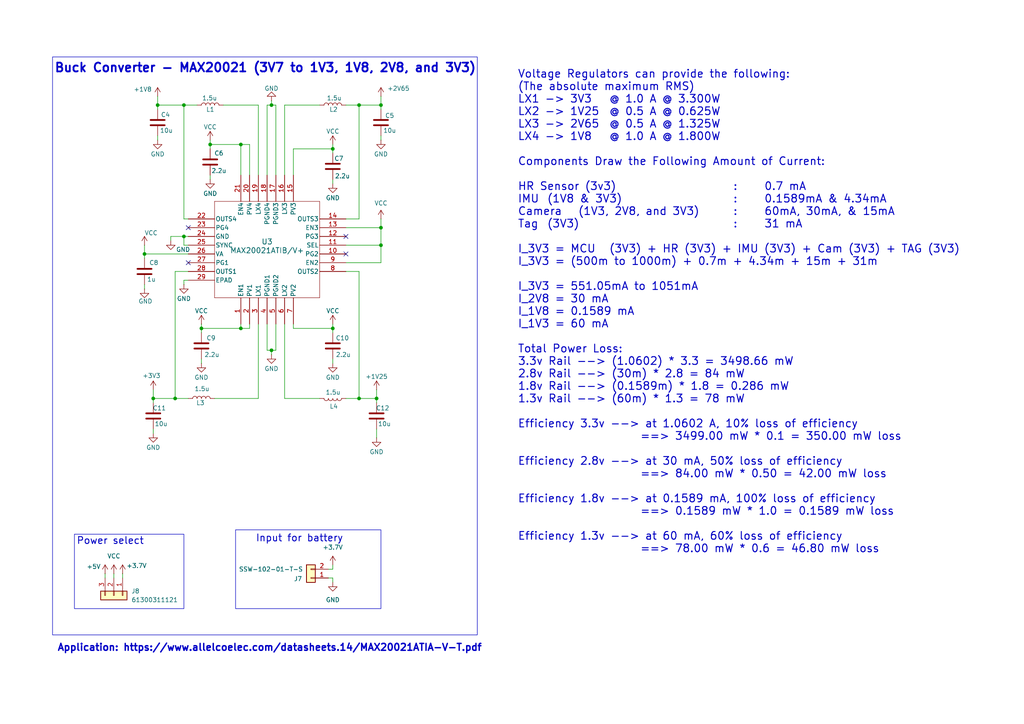
<source format=kicad_sch>
(kicad_sch (version 20250114) (generator "eeschema") (generator_version "9.0")
  (paper "A4")
  (lib_symbols
    (symbol "Connector_Generic:Conn_01x02" (pin_names (offset 1.016) (hide yes))
      (property "Reference" "J" (at 0 2.54 0))
      (property "Value" "Conn_01x02" (at 0 -5.08 0))
      (symbol "Conn_01x02_1_1"
        (rectangle (start -1.27 1.27) (end 1.27 -3.81) (stroke (width 0.254)) (fill (type background)))
        (rectangle (start -1.27 0.127) (end 0 -0.127) (stroke (width 0.1524)))
        (rectangle (start -1.27 -2.413) (end 0 -2.667) (stroke (width 0.1524)))
        (pin passive line (at -5.08 0 0) (length 3.81) (name "Pin_1") (number "1"))
        (pin passive line (at -5.08 -2.54 0) (length 3.81) (name "Pin_2") (number "2"))
      )
    )
    (symbol "Connector_Generic:Conn_01x03" (pin_names (offset 1.016) (hide yes))
      (property "Reference" "J" (at 0 5.08 0))
      (property "Value" "Conn_01x03" (at 0 -5.08 0))
      (symbol "Conn_01x03_1_1"
        (rectangle (start -1.27 3.81) (end 1.27 -3.81) (stroke (width 0.254)) (fill (type background)))
        (rectangle (start -1.27 2.667) (end 0 2.413) (stroke (width 0.1524)))
        (rectangle (start -1.27 0.127) (end 0 -0.127) (stroke (width 0.1524)))
        (rectangle (start -1.27 -2.413) (end 0 -2.667) (stroke (width 0.1524)))
        (pin passive line (at -5.08 2.54 0) (length 3.81) (name "Pin_1") (number "1"))
        (pin passive line (at -5.08 0 0) (length 3.81) (name "Pin_2") (number "2"))
        (pin passive line (at -5.08 -2.54 0) (length 3.81) (name "Pin_3") (number "3"))
      )
    )
    (symbol "Device:C" (pin_numbers (hide yes)) (pin_names (offset 0.254))
      (property "Reference" "C" (at 0.635 2.54 0))
      (property "Value" "C" (at 0.635 -2.54 0))
      (symbol "C_0_1"
        (polyline (pts (xy -2.032 0.762) (xy 2.032 0.762)) (stroke (width 0.508)))
        (polyline (pts (xy -2.032 -0.762) (xy 2.032 -0.762)) (stroke (width 0.508)))
      )
      (symbol "C_1_1"
        (pin passive line (at 0 3.81 270) (length 2.794) (name "~") (number "1"))
        (pin passive line (at 0 -3.81 90) (length 2.794) (name "~") (number "2"))
      )
    )
    (symbol "Device:L" (pin_numbers (hide yes)) (pin_names (offset 1.016) (hide yes))
      (property "Reference" "L" (at -1.27 0 90))
      (property "Value" "L" (at 1.905 0 90))
      (symbol "L_0_1"
        (arc (start 0 2.54) (mid 0.6323 1.905) (end 0 1.27))
        (arc (start 0 1.27) (mid 0.6323 0.635) (end 0 0))
        (arc (start 0 0) (mid 0.6323 -0.635) (end 0 -1.27))
        (arc (start 0 -1.27) (mid 0.6323 -1.905) (end 0 -2.54))
      )
      (symbol "L_1_1"
        (pin passive line (at 0 3.81 270) (length 1.27) (name "1") (number "1"))
        (pin passive line (at 0 -3.81 90) (length 1.27) (name "2") (number "2"))
      )
    )
    (symbol "capstone:MAX20021ATIA+" (pin_names (offset 0.254))
      (property "Reference" "U" (at -0.508 4.064 0))
      (property "Value" "MAX20021ATIA+" (at 0 1.778 0))
      (symbol "MAX20021ATIA+_0_1"
        (polyline (pts (xy -15.24 13.97) (xy -15.24 -13.97)) (stroke (width 0.127)))
        (polyline (pts (xy -15.24 -13.97) (xy 15.24 -13.97)) (stroke (width 0.127)))
        (polyline (pts (xy 15.24 13.97) (xy -15.24 13.97)) (stroke (width 0.127)))
        (polyline (pts (xy 15.24 -13.97) (xy 15.24 13.97)) (stroke (width 0.127)))
        (pin output line (at -22.86 8.89 0) (length 7.62) (name "OUTS4") (number "22"))
        (pin bidirectional line (at -22.86 6.35 0) (length 7.62) (name "PG4") (number "23"))
        (pin power_out line (at -22.86 3.81 0) (length 7.62) (name "GND") (number "24"))
        (pin unspecified line (at -22.86 1.27 0) (length 7.62) (name "SYNC") (number "25"))
        (pin unspecified line (at -22.86 -1.27 0) (length 7.62) (name "VA") (number "26"))
        (pin bidirectional line (at -22.86 -3.81 0) (length 7.62) (name "PG1") (number "27"))
        (pin output line (at -22.86 -6.35 0) (length 7.62) (name "OUTS1") (number "28"))
        (pin unspecified line (at -22.86 -8.89 0) (length 7.62) (name "EPAD") (number "29"))
        (pin bidirectional line (at -7.62 21.59 270) (length 7.62) (name "EN4") (number "21"))
        (pin bidirectional line (at -7.62 -21.59 90) (length 7.62) (name "EN1") (number "1"))
        (pin bidirectional line (at -5.08 21.59 270) (length 7.62) (name "PV4") (number "20"))
        (pin bidirectional line (at -5.08 -21.59 90) (length 7.62) (name "PV1") (number "2"))
        (pin bidirectional line (at -2.54 21.59 270) (length 7.62) (name "LX4") (number "19"))
        (pin bidirectional line (at -2.54 -21.59 90) (length 7.62) (name "LX1") (number "3"))
        (pin power_out line (at 0 21.59 270) (length 7.62) (name "PGND4") (number "18"))
        (pin power_out line (at 0 -21.59 90) (length 7.62) (name "PGND1") (number "4"))
        (pin power_out line (at 2.54 21.59 270) (length 7.62) (name "PGND3") (number "17"))
        (pin power_out line (at 2.54 -21.59 90) (length 7.62) (name "PGND2") (number "5"))
        (pin bidirectional line (at 5.08 21.59 270) (length 7.62) (name "LX3") (number "16"))
        (pin bidirectional line (at 5.08 -21.59 90) (length 7.62) (name "LX2") (number "6"))
        (pin bidirectional line (at 7.62 21.59 270) (length 7.62) (name "PV3") (number "15"))
        (pin bidirectional line (at 7.62 -21.59 90) (length 7.62) (name "PV2") (number "7"))
        (pin output line (at 22.86 8.89 180) (length 7.62) (name "OUTS3") (number "14"))
        (pin bidirectional line (at 22.86 6.35 180) (length 7.62) (name "EN3") (number "13"))
        (pin bidirectional line (at 22.86 3.81 180) (length 7.62) (name "PG3") (number "12"))
        (pin unspecified line (at 22.86 1.27 180) (length 7.62) (name "SEL") (number "11"))
        (pin bidirectional line (at 22.86 -1.27 180) (length 7.62) (name "PG2") (number "10"))
        (pin bidirectional line (at 22.86 -3.81 180) (length 7.62) (name "EN2") (number "9"))
        (pin output line (at 22.86 -6.35 180) (length 7.62) (name "OUTS2") (number "8"))
      )
    )
    (symbol "power:+1V2" (power) (pin_numbers (hide yes)) (pin_names (offset 0) (hide yes))
      (property "Value" "+1V2" (at 0 3.556 0))
      (symbol "+1V2_0_1"
        (polyline (pts (xy -0.762 1.27) (xy 0 2.54)))
        (polyline (pts (xy 0 2.54) (xy 0.762 1.27)))
        (polyline (pts (xy 0 0) (xy 0 2.54)))
      )
      (symbol "+1V2_1_1"
        (pin power_in line (at 0 0 90) (length 0) (name "~") (number "1"))
      )
    )
    (symbol "power:+1V8" (power) (pin_numbers (hide yes)) (pin_names (offset 0) (hide yes))
      (property "Value" "+1V8" (at 0 3.556 0))
      (symbol "+1V8_0_1"
        (polyline (pts (xy -0.762 1.27) (xy 0 2.54)))
        (polyline (pts (xy 0 2.54) (xy 0.762 1.27)))
        (polyline (pts (xy 0 0) (xy 0 2.54)))
      )
      (symbol "+1V8_1_1"
        (pin power_in line (at 0 0 90) (length 0) (name "~") (number "1"))
      )
    )
    (symbol "power:+2V5" (power) (pin_numbers (hide yes)) (pin_names (offset 0) (hide yes))
      (property "Value" "+2V5" (at 0 3.556 0))
      (symbol "+2V5_0_1"
        (polyline (pts (xy -0.762 1.27) (xy 0 2.54)))
        (polyline (pts (xy 0 2.54) (xy 0.762 1.27)))
        (polyline (pts (xy 0 0) (xy 0 2.54)))
      )
      (symbol "+2V5_1_1"
        (pin power_in line (at 0 0 90) (length 0) (name "~") (number "1"))
      )
    )
    (symbol "power:+3V3" (power) (pin_numbers (hide yes)) (pin_names (offset 0) (hide yes))
      (property "Value" "+3V3" (at 0 3.556 0))
      (symbol "+3V3_0_1"
        (polyline (pts (xy -0.762 1.27) (xy 0 2.54)))
        (polyline (pts (xy 0 2.54) (xy 0.762 1.27)))
        (polyline (pts (xy 0 0) (xy 0 2.54)))
      )
      (symbol "+3V3_1_1"
        (pin power_in line (at 0 0 90) (length 0) (name "~") (number "1"))
      )
    )
    (symbol "power:+5V" (power) (pin_numbers (hide yes)) (pin_names (offset 0) (hide yes))
      (property "Value" "+5V" (at 0 3.556 0))
      (symbol "+5V_0_1"
        (polyline (pts (xy -0.762 1.27) (xy 0 2.54)))
        (polyline (pts (xy 0 2.54) (xy 0.762 1.27)))
        (polyline (pts (xy 0 0) (xy 0 2.54)))
      )
      (symbol "+5V_1_1"
        (pin power_in line (at 0 0 90) (length 0) (name "~") (number "1"))
      )
    )
    (symbol "power:+BATT" (power) (pin_numbers (hide yes)) (pin_names (offset 0) (hide yes))
      (property "Value" "+BATT" (at 0 3.556 0))
      (symbol "+BATT_0_1"
        (polyline (pts (xy -0.762 1.27) (xy 0 2.54)))
        (polyline (pts (xy 0 2.54) (xy 0.762 1.27)))
        (polyline (pts (xy 0 0) (xy 0 2.54)))
      )
      (symbol "+BATT_1_1"
        (pin power_in line (at 0 0 90) (length 0) (name "~") (number "1"))
      )
    )
    (symbol "power:GND" (power) (pin_numbers (hide yes)) (pin_names (offset 0) (hide yes))
      (property "Value" "GND" (at 0 -3.81 0))
      (symbol "GND_0_1"
        (polyline (pts (xy 0 0) (xy 0 -1.27) (xy 1.27 -1.27) (xy 0 -2.54) (xy -1.27 -1.27) (xy 0 -1.27)))
      )
      (symbol "GND_1_1"
        (pin power_in line (at 0 0 270) (length 0) (name "~") (number "1"))
      )
    )
    (symbol "power:VCC" (power) (pin_numbers (hide yes)) (pin_names (offset 0) (hide yes))
      (property "Value" "VCC" (at 0 3.556 0))
      (symbol "VCC_0_1"
        (polyline (pts (xy -0.762 1.27) (xy 0 2.54)))
        (polyline (pts (xy 0 2.54) (xy 0.762 1.27)))
        (polyline (pts (xy 0 0) (xy 0 2.54)))
      )
      (symbol "VCC_1_1"
        (pin power_in line (at 0 0 90) (length 0) (name "~") (number "1"))
      )
    )
  )
  (rectangle (start 68.326 153.67) (end 110.49 176.53))
  (rectangle (start 21.59 154.94) (end 53.34 176.53))
  (rectangle (start 15.24 16.51) (end 138.43 184.15))
  (text "Application: https://www.allelcoelec.com/datasheets.14/MAX20021ATIA-V-T.pdf" (at 78.232 187.96 0) (effects (font (size 2 2) (thickness 0.4) (bold yes))))
  (text "Buck Converter - MAX20021 (3V7 to 1V3, 1V8, 2V8, and 3V3)" (at 76.962 19.812 0) (effects (font (size 2.54 2.54) (thickness 0.508) (bold yes))))
  (text "Power select" (at 32.004 156.972 0) (effects (font (size 2 2) (thickness 0.254) (bold yes))))
  (text "Input for battery" (at 86.868 156.21 0) (effects (font (size 2 2) (thickness 0.254) (bold yes))))
  (text "Voltage Regulators can provide the following:\n(The absolute maximum RMS) \nLX1 -> 3V3	@ 1.0 A @ 3.300W\nLX2 -> 1V25	@ 0.5 A @ 0.625W\nLX3 -> 2V65	@ 0.5 A @ 1.325W\nLX4 -> 1V8	@ 1.0 A @ 1.800W\n\nComponents Draw the Following Amount of Current:\n\nHR Sensor (3v3)				:	0.7 mA\nIMU	(1V8 & 3V3)				:	0.1589mA & 4.34mA\nCamera	(1V3, 2V8, and 3V3)	:	60mA, 30mA, & 15mA\nTag	(3V3)					:	31 mA\n\nI_3V3 = MCU	(3V3) + HR (3V3) + IMU (3V3) + Cam (3V3) + TAG (3V3)\nI_3V3 = (500m to 1000m) + 0.7m + 4.34m + 15m + 31m\n\nI_3V3 = 551.05mA to 1051mA\nI_2V8 = 30 mA\nI_1V8 = 0.1589 mA\nI_1V3 = 60 mA\n\nTotal Power Loss: \n3.3v Rail --> (1.0602) * 3.3 = 3498.66 mW\n2.8v Rail --> (30m) * 2.8 = 84 mW\n1.8v Rail --> (0.1589m) * 1.8 = 0.286 mW\n1.3v Rail --> (60m) * 1.3 = 78 mW\n\nEfficiency 3.3v --> at 1.0602 A, 10% loss of efficiency \n				==> 3499.00 mW * 0.1 = 350.00 mW loss\n\nEfficiency 2.8v --> at 30 mA, 50% loss of efficiency\n				==> 84.00 mW * 0.50 = 42.00 mW loss\n\nEfficiency 1.8v --> at 0.1589 mA, 100% loss of efficiency\n				==> 0.1589 mW * 1.0 = 0.1589 mW loss\n\nEfficiency 1.3v --> at 60 mA, 60% loss of efficiency\n				==> 78.00 mW * 0.6 = 46.80 mW loss" (at 150.114 90.424 0) (effects (font (size 2.25 2.25) (thickness 0.2813)) (justify left)))
  (junction (at 110.49 66.04))
  (junction (at 96.52 95.25))
  (junction (at 44.45 115.57))
  (junction (at 104.14 30.48))
  (junction (at 69.85 41.91))
  (junction (at 50.8 115.57))
  (junction (at 60.96 41.91))
  (junction (at 41.91 73.66))
  (junction (at 69.85 95.25))
  (junction (at 110.49 71.12))
  (junction (at 104.14 115.57))
  (junction (at 45.72 30.48))
  (junction (at 110.49 30.48))
  (junction (at 109.22 115.57))
  (junction (at 78.74 30.48))
  (junction (at 78.74 101.6))
  (junction (at 53.34 68.58))
  (junction (at 58.42 95.25))
  (junction (at 96.52 43.18))
  (junction (at 53.34 30.48))
  (no_connect (at 100.33 68.58))
  (no_connect (at 54.61 66.04))
  (no_connect (at 100.33 73.66))
  (no_connect (at 54.61 76.2))
  (wire (pts (xy 96.52 41.91) (xy 96.52 43.18)))
  (wire (pts (xy 50.8 115.57) (xy 50.8 78.74)))
  (wire (pts (xy 96.52 163.83) (xy 96.52 165.1)))
  (wire (pts (xy 100.33 78.74) (xy 104.14 78.74)))
  (wire (pts (xy 45.72 30.48) (xy 53.34 30.48)))
  (wire (pts (xy 104.14 115.57) (xy 109.22 115.57)))
  (wire (pts (xy 77.47 93.98) (xy 77.47 101.6)))
  (wire (pts (xy 96.52 165.1) (xy 95.25 165.1)))
  (wire (pts (xy 74.93 93.98) (xy 74.93 115.57)))
  (wire (pts (xy 72.39 41.91) (xy 72.39 50.8)))
  (wire (pts (xy 82.55 115.57) (xy 92.71 115.57)))
  (wire (pts (xy 53.34 81.28) (xy 54.61 81.28)))
  (wire (pts (xy 100.33 71.12) (xy 110.49 71.12)))
  (wire (pts (xy 53.34 71.12) (xy 54.61 71.12)))
  (wire (pts (xy 109.22 115.57) (xy 109.22 116.84)))
  (wire (pts (xy 53.34 30.48) (xy 57.15 30.48)))
  (wire (pts (xy 78.74 101.6) (xy 77.47 101.6)))
  (wire (pts (xy 53.34 81.28) (xy 53.34 82.55)))
  (wire (pts (xy 64.77 30.48) (xy 74.93 30.48)))
  (wire (pts (xy 41.91 73.66) (xy 41.91 74.93)))
  (wire (pts (xy 82.55 30.48) (xy 92.71 30.48)))
  (wire (pts (xy 49.53 68.58) (xy 53.34 68.58)))
  (wire (pts (xy 95.25 167.64) (xy 96.52 167.64)))
  (wire (pts (xy 100.33 66.04) (xy 110.49 66.04)))
  (wire (pts (xy 110.49 66.04) (xy 110.49 63.5)))
  (wire (pts (xy 80.01 93.98) (xy 80.01 101.6)))
  (wire (pts (xy 69.85 95.25) (xy 72.39 95.25)))
  (wire (pts (xy 104.14 78.74) (xy 104.14 115.57)))
  (wire (pts (xy 44.45 113.03) (xy 44.45 115.57)))
  (wire (pts (xy 85.09 93.98) (xy 85.09 95.25)))
  (wire (pts (xy 45.72 30.48) (xy 45.72 31.75)))
  (wire (pts (xy 53.34 30.48) (xy 53.34 63.5)))
  (wire (pts (xy 77.47 30.48) (xy 78.74 30.48)))
  (wire (pts (xy 100.33 30.48) (xy 104.14 30.48)))
  (wire (pts (xy 100.33 115.57) (xy 104.14 115.57)))
  (wire (pts (xy 54.61 115.57) (xy 50.8 115.57)))
  (wire (pts (xy 104.14 30.48) (xy 110.49 30.48)))
  (wire (pts (xy 60.96 50.8) (xy 60.96 52.07)))
  (wire (pts (xy 110.49 30.48) (xy 110.49 27.94)))
  (wire (pts (xy 74.93 30.48) (xy 74.93 50.8)))
  (wire (pts (xy 41.91 83.82) (xy 41.91 82.55)))
  (wire (pts (xy 41.91 71.12) (xy 41.91 73.66)))
  (wire (pts (xy 53.34 63.5) (xy 54.61 63.5)))
  (wire (pts (xy 110.49 66.04) (xy 110.49 71.12)))
  (wire (pts (xy 53.34 68.58) (xy 53.34 71.12)))
  (wire (pts (xy 58.42 93.98) (xy 58.42 95.25)))
  (wire (pts (xy 96.52 95.25) (xy 96.52 96.52)))
  (wire (pts (xy 78.74 30.48) (xy 80.01 30.48)))
  (wire (pts (xy 78.74 101.6) (xy 80.01 101.6)))
  (wire (pts (xy 58.42 104.14) (xy 58.42 105.41)))
  (wire (pts (xy 58.42 96.52) (xy 58.42 95.25)))
  (wire (pts (xy 69.85 93.98) (xy 69.85 95.25)))
  (wire (pts (xy 50.8 115.57) (xy 44.45 115.57)))
  (wire (pts (xy 41.91 73.66) (xy 54.61 73.66)))
  (wire (pts (xy 72.39 93.98) (xy 72.39 95.25)))
  (wire (pts (xy 60.96 41.91) (xy 69.85 41.91)))
  (wire (pts (xy 82.55 93.98) (xy 82.55 115.57)))
  (wire (pts (xy 69.85 41.91) (xy 72.39 41.91)))
  (wire (pts (xy 33.02 166.37) (xy 33.02 167.64)))
  (wire (pts (xy 104.14 30.48) (xy 104.14 63.5)))
  (wire (pts (xy 49.53 68.58) (xy 49.53 69.85)))
  (wire (pts (xy 58.42 95.25) (xy 69.85 95.25)))
  (wire (pts (xy 96.52 43.18) (xy 96.52 44.45)))
  (wire (pts (xy 82.55 30.48) (xy 82.55 50.8)))
  (wire (pts (xy 110.49 71.12) (xy 110.49 76.2)))
  (wire (pts (xy 35.56 166.37) (xy 35.56 167.64)))
  (wire (pts (xy 45.72 40.64) (xy 45.72 39.37)))
  (wire (pts (xy 78.74 29.21) (xy 78.74 30.48)))
  (wire (pts (xy 109.22 124.46) (xy 109.22 127)))
  (wire (pts (xy 85.09 43.18) (xy 85.09 50.8)))
  (wire (pts (xy 60.96 43.18) (xy 60.96 41.91)))
  (wire (pts (xy 44.45 124.46) (xy 44.45 125.73)))
  (wire (pts (xy 96.52 167.64) (xy 96.52 168.91)))
  (wire (pts (xy 100.33 76.2) (xy 110.49 76.2)))
  (wire (pts (xy 85.09 43.18) (xy 96.52 43.18)))
  (wire (pts (xy 69.85 41.91) (xy 69.85 50.8)))
  (wire (pts (xy 110.49 30.48) (xy 110.49 31.75)))
  (wire (pts (xy 30.48 166.37) (xy 30.48 167.64)))
  (wire (pts (xy 44.45 115.57) (xy 44.45 116.84)))
  (wire (pts (xy 100.33 63.5) (xy 104.14 63.5)))
  (wire (pts (xy 53.34 68.58) (xy 54.61 68.58)))
  (wire (pts (xy 77.47 30.48) (xy 77.47 50.8)))
  (wire (pts (xy 45.72 27.94) (xy 45.72 30.48)))
  (wire (pts (xy 96.52 104.14) (xy 96.52 105.41)))
  (wire (pts (xy 96.52 93.98) (xy 96.52 95.25)))
  (wire (pts (xy 60.96 40.64) (xy 60.96 41.91)))
  (wire (pts (xy 96.52 52.07) (xy 96.52 53.34)))
  (wire (pts (xy 85.09 95.25) (xy 96.52 95.25)))
  (wire (pts (xy 110.49 39.37) (xy 110.49 40.64)))
  (wire (pts (xy 50.8 78.74) (xy 54.61 78.74)))
  (wire (pts (xy 80.01 30.48) (xy 80.01 50.8)))
  (wire (pts (xy 62.23 115.57) (xy 74.93 115.57)))
  (wire (pts (xy 109.22 113.03) (xy 109.22 115.57)))
  (wire (pts (xy 78.74 101.6) (xy 78.74 102.87)))
  (symbol (lib_id "capstone:MAX20021ATIA+") (at 77.47 72.39 0) (unit 1)
    (property "Reference" "U3" (at 77.47 70.104 0) (effects (font (size 1.524 1.524))))
    (property "Value" "MAX20021ATIB/V+" (at 77.47 72.644 0) (effects (font (size 1.524 1.524))))
    (property "Footprint" "Package_DFN_QFN:TQFN-28-1EP_5x5mm_P0.5mm_EP2.7x2.7mm_ThermalVias" (effects (hide yes)))
    (property "Datasheet" "https://www.analog.com/media/en/technical-documentation/data-sheets/max20021-max20022.pdf" (effects (hide yes)))
    (property "Description" "Buck Switching Regulator IC Positive Fixed 1.25V, 1.8V, 2.65V, 3.3V 4 Output 1A, 500mA, 500mA, 1A 28-WFQFN Exposed Pad" (effects (hide yes)))
    (property "Manufacturer_Part_Number" "MAX20021ATIB/V+" (effects (hide yes)))
    (property "Manufacturer_Name" "Analog Devices Inc./Maxim Integrated" (effects (hide yes)))
    (property "Price" "$11.21" (effects (hide yes)))
    (property "Supplier_Part_Number" "MAX20021ATIB/V+-ND" (effects (hide yes)))
    (property "Website" "https://www.digikey.ca/en/products/detail/analog-devices-inc-maxim-integrated/MAX20021ATIB-V/4156432" (effects (hide yes)))
    (property "Supplier" "Digi-Key" (effects (hide yes)))
    (property "Type" "Voltage Regulator" (effects (hide yes)))
  )
  (symbol (lib_id "power:GND") (at 49.53 69.85 0) (mirror y) (unit 1)
    (property "Reference" "#PWR031" (effects (hide yes)))
    (property "Value" "GND" (at 51.054 72.39 0) (effects (justify right)))
    (property "Description" "Power symbol creates a global label with name \"GND\" , ground" (effects (hide yes)))
  )
  (symbol (lib_id "power:GND") (at 109.22 127 0) (mirror y) (unit 1)
    (property "Reference" "#PWR043" (effects (hide yes)))
    (property "Value" "GND" (at 109.22 131.064 0))
    (property "Description" "Power symbol creates a global label with name \"GND\" , ground" (effects (hide yes)))
  )
  (symbol (lib_id "Device:C") (at 60.96 46.99 0) (mirror x) (unit 1)
    (property "Reference" "C6" (at 63.5 44.45 0))
    (property "Value" "2.2u" (at 63.5 49.53 0))
    (property "Footprint" "Capacitor_SMD:C_0805_2012Metric_Pad1.18x1.45mm_HandSolder" (effects (hide yes)))
    (property "Datasheet" "https://search.murata.co.jp/Ceramy/image/img/A01X/G101/ENG/GRM21BR71A225KA01-01.pdf" (effects (hide yes)))
    (property "Description" "2.2 uF +/-10% 10V Ceramic Capacitor X7R 0805 (2012 Metric)" (effects (hide yes)))
    (property "Manufacturer_Part_Number" "GRM21BR71A225KA01L" (effects (hide yes)))
    (property "Manufacturer_Name" "Murata Manufacturing Co." (effects (hide yes)))
    (property "Price" "$0.17" (effects (hide yes)))
    (property "Supplier_Part_Number" "490-1696-1-ND" (effects (hide yes)))
    (property "Website" "https://www.digikey.ca/en/products/detail/murata-electronics/GRM21BR71A225KA01L/446245" (effects (hide yes)))
    (property "Package" "0805" (effects (hide yes)))
    (property "Supplier" "Digi-Key" (effects (hide yes)))
    (property "Type" "Capacitor" (effects (hide yes)))
  )
  (symbol (lib_id "power:+BATT") (at 35.56 166.37 0) (unit 1)
    (property "Reference" "#PWR047" (effects (hide yes)))
    (property "Value" "+3.7V" (at 39.624 164.084 0))
    (property "Description" "Power symbol creates a global label with name \"+BATT\"" (effects (hide yes)))
  )
  (symbol (lib_id "power:+3V3") (at 44.45 113.03 0) (mirror y) (unit 1)
    (property "Reference" "#PWR040" (effects (hide yes)))
    (property "Value" "+3V3" (at 43.942 108.966 0))
    (property "Description" "Power symbol creates a global label with name \"+3V3\"" (effects (hide yes)))
  )
  (symbol (lib_id "Device:C") (at 58.42 100.33 0) (mirror x) (unit 1)
    (property "Reference" "C9" (at 61.214 98.044 0))
    (property "Value" "2.2u" (at 61.468 102.87 0))
    (property "Footprint" "Capacitor_SMD:C_0805_2012Metric_Pad1.18x1.45mm_HandSolder" (effects (hide yes)))
    (property "Datasheet" "https://search.murata.co.jp/Ceramy/image/img/A01X/G101/ENG/GRM21BR71A225KA01-01.pdf" (effects (hide yes)))
    (property "Description" "2.2 uF +/-10% 10V Ceramic Capacitor X7R 0805 (2012 Metric)" (effects (hide yes)))
    (property "Manufacturer_Part_Number" "GRM21BR71A225KA01L" (effects (hide yes)))
    (property "Manufacturer_Name" "Murata Manufacturing Co." (effects (hide yes)))
    (property "Price" "$0.17" (effects (hide yes)))
    (property "Supplier_Part_Number" "490-1696-1-ND" (effects (hide yes)))
    (property "Website" "https://www.digikey.ca/en/products/detail/murata-electronics/GRM21BR71A225KA01L/446245" (effects (hide yes)))
    (property "Package" "0805" (effects (hide yes)))
    (property "Supplier" "Digi-Key" (effects (hide yes)))
    (property "Type" "Capacitor" (effects (hide yes)))
  )
  (symbol (lib_id "power:+3V3") (at 96.52 93.98 0) (mirror y) (unit 1)
    (property "Reference" "#PWR036" (effects (hide yes)))
    (property "Value" "VCC" (at 96.52 90.17 0))
    (property "Description" "Power symbol creates a global label with name \"+3V3\"" (effects (hide yes)))
  )
  (symbol (lib_id "power:VCC") (at 33.02 166.37 0) (unit 1)
    (property "Reference" "#PWR046" (effects (hide yes)))
    (property "Value" "VCC" (at 33.02 161.29 0))
    (property "Description" "Power symbol creates a global label with name \"VCC\"" (effects (hide yes)))
  )
  (symbol (lib_id "Device:L") (at 60.96 30.48 90) (unit 1)
    (property "Reference" "L1" (at 62.23 31.75 90) (effects (justify left)))
    (property "Value" "1.5u" (at 62.992 28.448 90) (effects (justify left)))
    (property "Footprint" "Inductor_SMD:L_1008_2520Metric_Pad1.43x2.20mm_HandSolder" (effects (hide yes)))
    (property "Datasheet" "https://mm.digikey.com/Volume0/opasdata/d220001/medias/docus/1093/MAMK2520H1R5M_SS.pdf" (effects (hide yes)))
    (property "Description" "1.5 uH Shielded Drum Core, Wirewound Inductor 2.6 A 65mOhm Max 1008 (2520 Metric)" (effects (hide yes)))
    (property "Manufacturer_Part_Number" "MAMK2520H1R5M" (effects (hide yes)))
    (property "Manufacturer_Name" "Taiyo Yuden" (effects (hide yes)))
    (property "Price" "$0.29" (effects (hide yes)))
    (property "Supplier_Part_Number" "587-4462-1-ND" (effects (hide yes)))
    (property "Website" "https://www.digikey.ca/en/products/detail/taiyo-yuden/MAMK2520H1R5M/5880010?s=N4IgTCBcDaIKwA4DsBaALGgbGFBGFAcgCIgC6AvkA" (effects (hide yes)))
    (property "Package" "1008" (effects (hide yes)))
    (property "Supplier" "Digi-Key" (effects (hide yes)))
    (property "Type" "Inductor" (effects (hide yes)))
  )
  (symbol (lib_id "Connector_Generic:Conn_01x02") (at 90.17 167.64 180) (unit 1)
    (property "Reference" "J7" (at 87.63 167.894 0) (effects (justify left)))
    (property "Value" "SSW-102-01-T-S" (at 87.884 165.1 0) (effects (justify left)))
    (property "Footprint" "Connector_PinSocket_2.54mm:PinSocket_1x02_P2.54mm_Vertical" (effects (hide yes)))
    (property "Datasheet" "https://mm.digikey.com/Volume0/opasdata/d220001/medias/docus/6129/ssw-1xx-xx-xxx-x-xx-xxx-xx-mkt.pdf" (effects (hide yes)))
    (property "Description" "2 Position Receptacle Connector 0.100\" (2.54mm) Through Hole Tin" (effects (hide yes)))
    (property "Manufacturer_Name" "Samtec Inc." (effects (hide yes)))
    (property "Manufacturer_Part_Number" "SSW-102-01-T-S" (effects (hide yes)))
    (property "Price" "$0.50" (effects (hide yes)))
    (property "Supplier_Part_Number" "SAM1213-02-ND" (effects (hide yes)))
    (property "Website" "https://www.digikey.ca/en/products/detail/samtec-inc/SSW-102-01-T-S/1112303?s=N4IgTCBcDaIMoEECyBGMKDMBaADGLAcgCIgC6AvkA" (effects (hide yes)))
    (property "Supplier" "Digi-Key" (effects (hide yes)))
    (property "Type" "Connector" (effects (hide yes)))
  )
  (symbol (lib_id "Device:C") (at 96.52 100.33 0) (mirror x) (unit 1)
    (property "Reference" "C10" (at 99.314 98.044 0))
    (property "Value" "2.2u" (at 99.568 102.87 0))
    (property "Footprint" "Capacitor_SMD:C_0805_2012Metric_Pad1.18x1.45mm_HandSolder" (effects (hide yes)))
    (property "Datasheet" "https://search.murata.co.jp/Ceramy/image/img/A01X/G101/ENG/GRM21BR71A225KA01-01.pdf" (effects (hide yes)))
    (property "Description" "2.2 uF +/-10% 10V Ceramic Capacitor X7R 0805 (2012 Metric)" (effects (hide yes)))
    (property "Manufacturer_Part_Number" "GRM21BR71A225KA01L" (effects (hide yes)))
    (property "Manufacturer_Name" "Murata Manufacturing Co." (effects (hide yes)))
    (property "Price" "$0.17" (effects (hide yes)))
    (property "Supplier_Part_Number" "490-1696-1-ND" (effects (hide yes)))
    (property "Website" "https://www.digikey.ca/en/products/detail/murata-electronics/GRM21BR71A225KA01L/446245" (effects (hide yes)))
    (property "Package" "0805" (effects (hide yes)))
    (property "Supplier" "Digi-Key" (effects (hide yes)))
    (property "Type" "Capacitor" (effects (hide yes)))
  )
  (symbol (lib_id "power:+3V3") (at 110.49 63.5 0) (mirror y) (unit 1)
    (property "Reference" "#PWR030" (effects (hide yes)))
    (property "Value" "VCC" (at 110.49 58.928 0))
    (property "Description" "Power symbol creates a global label with name \"+3V3\"" (effects (hide yes)))
  )
  (symbol (lib_id "power:GND") (at 58.42 105.41 0) (mirror y) (unit 1)
    (property "Reference" "#PWR038" (effects (hide yes)))
    (property "Value" "GND" (at 58.42 109.474 0))
    (property "Description" "Power symbol creates a global label with name \"GND\" , ground" (effects (hide yes)))
  )
  (symbol (lib_id "Device:C") (at 41.91 78.74 180) (unit 1)
    (property "Reference" "C8" (at 45.974 76.2 0) (effects (justify left)))
    (property "Value" "1u" (at 45.212 81.026 0) (effects (justify left)))
    (property "Footprint" "Capacitor_SMD:C_0805_2012Metric_Pad1.18x1.45mm_HandSolder" (effects (hide yes)))
    (property "Datasheet" "https://search.murata.co.jp/Ceramy/image/img/A01X/G101/ENG/GRM21BR71A105KA01-01.pdf" (effects (hide yes)))
    (property "Description" "1 uF +/-10% 10V Ceramic Capacitor X7R 0805 (2012 Metric)" (effects (hide yes)))
    (property "Manufacturer_Part_Number" "GRM21BR71A105KA01L" (effects (hide yes)))
    (property "Manufacturer_Name" "Murata Manufacturing Co." (effects (hide yes)))
    (property "Price" "$0.14" (effects (hide yes)))
    (property "Supplier_Part_Number" "490-1695-1-ND" (effects (hide yes)))
    (property "Website" "https://www.digikey.ca/en/products/detail/murata-electronics/GRM21BR71A105KA01L/586695" (effects (hide yes)))
    (property "Package" "0805" (effects (hide yes)))
    (property "Supplier" "Digi-Key" (effects (hide yes)))
    (property "Type" "Capacitor" (effects (hide yes)))
  )
  (symbol (lib_id "power:GND") (at 45.72 40.64 0) (unit 1)
    (property "Reference" "#PWR024" (effects (hide yes)))
    (property "Value" "GND" (at 45.72 44.704 0))
    (property "Description" "Power symbol creates a global label with name \"GND\" , ground" (effects (hide yes)))
  )
  (symbol (lib_id "power:GND") (at 60.96 52.07 0) (unit 1)
    (property "Reference" "#PWR028" (effects (hide yes)))
    (property "Value" "GND" (at 60.96 56.134 0))
    (property "Description" "Power symbol creates a global label with name \"GND\" , ground" (effects (hide yes)))
  )
  (symbol (lib_id "power:+BATT") (at 96.52 163.83 0) (unit 1)
    (property "Reference" "#PWR044" (effects (hide yes)))
    (property "Value" "+3.7V" (at 96.52 158.75 0))
    (property "Description" "Power symbol creates a global label with name \"+BATT\"" (effects (hide yes)))
  )
  (symbol (lib_id "power:GND") (at 110.49 40.64 0) (unit 1)
    (property "Reference" "#PWR026" (effects (hide yes)))
    (property "Value" "GND" (at 110.49 44.704 0))
    (property "Description" "Power symbol creates a global label with name \"GND\" , ground" (effects (hide yes)))
  )
  (symbol (lib_id "Connector_Generic:Conn_01x03") (at 33.02 172.72 270) (unit 1)
    (property "Reference" "J8" (at 38.1 171.4499 90) (effects (justify left)))
    (property "Value" "61300311121" (at 38.1 173.9899 90) (effects (justify left)))
    (property "Footprint" "Connector_PinHeader_2.54mm:PinHeader_1x03_P2.54mm_Vertical" (effects (hide yes)))
    (property "Datasheet" "https://www.we-online.com/components/products/datasheet/61300311121.pdf" (effects (hide yes)))
    (property "Description" "Connector Header Through Hole 3 position 0.100\" (2.54mm)" (effects (hide yes)))
    (property "Manufacturer_Part_Number" "61300311121" (effects (hide yes)))
    (property "Manufacturer_Name" "Würth Elektronik" (effects (hide yes)))
    (property "Price" "$0.18" (effects (hide yes)))
    (property "Supplier_Part_Number" "732-5316-ND" (effects (hide yes)))
    (property "Website" "https://www.digikey.ca/en/products/detail/w%C3%BCrth-elektronik/61300311121/4846825?s=N4IgTCBcDaIOwGYwFoCsCCMA2ZA5AIiALoC%2BQA" (effects (hide yes)))
    (property "Supplier" "Digi-Key" (effects (hide yes)))
    (property "Type" "Connector" (effects (hide yes)))
  )
  (symbol (lib_id "Device:C") (at 110.49 35.56 180) (unit 1)
    (property "Reference" "C5" (at 113.03 33.528 0))
    (property "Value" "10u" (at 113.03 37.846 0))
    (property "Footprint" "Capacitor_SMD:C_0805_2012Metric_Pad1.18x1.45mm_HandSolder" (effects (hide yes)))
    (property "Datasheet" "https://search.murata.co.jp/Ceramy/image/img/A01X/G101/ENG/GRM21BR71A106KA73-01.pdf" (effects (hide yes)))
    (property "Description" "10 uF +/-10% 10V Ceramic Capacitor X7R 0805 (2012 Metric)" (effects (hide yes)))
    (property "Manufacturer_Part_Number" "GRM21BR71A106KA73L" (effects (hide yes)))
    (property "Manufacturer_Name" "Murata Manufacturing Co." (effects (hide yes)))
    (property "Price" "$0.13" (effects (hide yes)))
    (property "Supplier_Part_Number" "490-10516-1-ND" (effects (hide yes)))
    (property "Website" "https://www.digikey.ca/en/products/detail/murata-electronics/GRM21BR71A106KA73L/5027600" (effects (hide yes)))
    (property "Package" "0805" (effects (hide yes)))
    (property "Supplier" "Digi-Key" (effects (hide yes)))
    (property "Type" "Capacitor" (effects (hide yes)))
  )
  (symbol (lib_id "power:GND") (at 78.74 102.87 0) (mirror y) (unit 1)
    (property "Reference" "#PWR037" (effects (hide yes)))
    (property "Value" "GND" (at 78.74 106.934 0))
    (property "Description" "Power symbol creates a global label with name \"GND\" , ground" (effects (hide yes)))
  )
  (symbol (lib_id "power:+BATT") (at 41.91 71.12 0) (unit 1)
    (property "Reference" "#PWR032" (effects (hide yes)))
    (property "Value" "VCC" (at 41.91 67.564 0) (effects (justify left)))
    (property "Description" "Power symbol creates a global label with name \"+BATT\"" (effects (hide yes)))
  )
  (symbol (lib_id "power:GND") (at 96.52 105.41 0) (mirror y) (unit 1)
    (property "Reference" "#PWR039" (effects (hide yes)))
    (property "Value" "GND" (at 96.52 109.474 0))
    (property "Description" "Power symbol creates a global label with name \"GND\" , ground" (effects (hide yes)))
  )
  (symbol (lib_id "power:+1V8") (at 45.72 27.94 0) (unit 1)
    (property "Reference" "#PWR021" (effects (hide yes)))
    (property "Value" "+1V8" (at 41.402 25.908 0))
    (property "Description" "Power symbol creates a global label with name \"+1V8\"" (effects (hide yes)))
  )
  (symbol (lib_id "power:GND") (at 44.45 125.73 0) (unit 1)
    (property "Reference" "#PWR042" (effects (hide yes)))
    (property "Value" "GND" (at 44.45 129.794 0))
    (property "Description" "Power symbol creates a global label with name \"GND\" , ground" (effects (hide yes)))
  )
  (symbol (lib_id "Device:C") (at 45.72 35.56 0) (unit 1)
    (property "Reference" "C4" (at 48.006 33.274 0))
    (property "Value" "10u" (at 48.26 37.846 0))
    (property "Footprint" "Capacitor_SMD:C_0805_2012Metric_Pad1.18x1.45mm_HandSolder" (effects (hide yes)))
    (property "Datasheet" "https://search.murata.co.jp/Ceramy/image/img/A01X/G101/ENG/GRM21BR71A106KA73-01.pdf" (effects (hide yes)))
    (property "Description" "10 uF +/-10% 10V Ceramic Capacitor X7R 0805 (2012 Metric)" (effects (hide yes)))
    (property "Manufacturer_Part_Number" "GRM21BR71A106KA73L" (effects (hide yes)))
    (property "Manufacturer_Name" "Murata Manufacturing Co." (effects (hide yes)))
    (property "Price" "$0.13" (effects (hide yes)))
    (property "Supplier_Part_Number" "490-10516-1-ND" (effects (hide yes)))
    (property "Website" "https://www.digikey.ca/en/products/detail/murata-electronics/GRM21BR71A106KA73L/5027600" (effects (hide yes)))
    (property "Package" "0805" (effects (hide yes)))
    (property "Supplier" "Digi-Key" (effects (hide yes)))
    (property "Type" "Capacitor" (effects (hide yes)))
  )
  (symbol (lib_id "power:+2V5") (at 110.49 27.94 0) (unit 1)
    (property "Reference" "#PWR022" (effects (hide yes)))
    (property "Value" "+2V65" (at 115.57 25.654 0))
    (property "Description" "Power symbol creates a global label with name \"+2V5\"" (effects (hide yes)))
  )
  (symbol (lib_id "power:GND") (at 78.74 29.21 180) (unit 1)
    (property "Reference" "#PWR023" (effects (hide yes)))
    (property "Value" "GND" (at 78.74 25.654 0))
    (property "Description" "Power symbol creates a global label with name \"GND\" , ground" (effects (hide yes)))
  )
  (symbol (lib_id "Device:L") (at 96.52 30.48 270) (mirror x) (unit 1)
    (property "Reference" "L2" (at 95.504 31.75 90) (effects (justify left)))
    (property "Value" "1.5u" (at 94.742 28.448 90) (effects (justify left)))
    (property "Footprint" "Inductor_SMD:L_1008_2520Metric_Pad1.43x2.20mm_HandSolder" (effects (hide yes)))
    (property "Datasheet" "https://mm.digikey.com/Volume0/opasdata/d220001/medias/docus/1093/MAMK2520H1R5M_SS.pdf" (effects (hide yes)))
    (property "Description" "1.5 uH Shielded Drum Core, Wirewound Inductor 2.6 A 65mOhm Max 1008 (2520 Metric)" (effects (hide yes)))
    (property "Manufacturer_Part_Number" "MAMK2520H1R5M" (effects (hide yes)))
    (property "Manufacturer_Name" "Taiyo Yuden" (effects (hide yes)))
    (property "Price" "$0.29" (effects (hide yes)))
    (property "Supplier_Part_Number" "587-4462-1-ND" (effects (hide yes)))
    (property "Website" "https://www.digikey.ca/en/products/detail/taiyo-yuden/MAMK2520H1R5M/5880010?s=N4IgTCBcDaIKwA4DsBaALGgbGFBGFAcgCIgC6AvkA" (effects (hide yes)))
    (property "Package" "1008" (effects (hide yes)))
    (property "Supplier" "Digi-Key" (effects (hide yes)))
    (property "Type" "Inductor" (effects (hide yes)))
  )
  (symbol (lib_id "power:GND") (at 96.52 168.91 0) (unit 1)
    (property "Reference" "#PWR048" (effects (hide yes)))
    (property "Value" "GND" (at 96.52 173.99 0))
    (property "Description" "Power symbol creates a global label with name \"GND\" , ground" (effects (hide yes)))
  )
  (symbol (lib_id "power:GND") (at 53.34 82.55 0) (mirror y) (unit 1)
    (property "Reference" "#PWR033" (effects (hide yes)))
    (property "Value" "GND" (at 53.34 86.614 0))
    (property "Description" "Power symbol creates a global label with name \"GND\" , ground" (effects (hide yes)))
  )
  (symbol (lib_id "power:GND") (at 96.52 53.34 0) (unit 1)
    (property "Reference" "#PWR029" (effects (hide yes)))
    (property "Value" "GND" (at 96.52 57.404 0))
    (property "Description" "Power symbol creates a global label with name \"GND\" , ground" (effects (hide yes)))
  )
  (symbol (lib_id "Device:C") (at 44.45 120.65 0) (mirror x) (unit 1)
    (property "Reference" "C11" (at 46.228 118.364 0))
    (property "Value" "10u" (at 46.736 122.936 0))
    (property "Footprint" "Capacitor_SMD:C_0805_2012Metric_Pad1.18x1.45mm_HandSolder" (effects (hide yes)))
    (property "Datasheet" "https://search.murata.co.jp/Ceramy/image/img/A01X/G101/ENG/GRM21BR71A106KA73-01.pdf" (effects (hide yes)))
    (property "Description" "10 uF +/-10% 10V Ceramic Capacitor X7R 0805 (2012 Metric)" (effects (hide yes)))
    (property "Manufacturer_Part_Number" "GRM21BR71A106KA73L" (effects (hide yes)))
    (property "Manufacturer_Name" "Murata Manufacturing Co." (effects (hide yes)))
    (property "Price" "$0.13" (effects (hide yes)))
    (property "Supplier_Part_Number" "490-10516-1-ND" (effects (hide yes)))
    (property "Website" "https://www.digikey.ca/en/products/detail/murata-electronics/GRM21BR71A106KA73L/5027600" (effects (hide yes)))
    (property "Package" "0805" (effects (hide yes)))
    (property "Supplier" "Digi-Key" (effects (hide yes)))
    (property "Type" "Capacitor" (effects (hide yes)))
  )
  (symbol (lib_id "Device:L") (at 96.52 115.57 90) (mirror x) (unit 1)
    (property "Reference" "L4" (at 98.044 117.856 90) (effects (justify left)))
    (property "Value" "1.5u" (at 98.806 113.792 90) (effects (justify left)))
    (property "Footprint" "Inductor_SMD:L_1008_2520Metric_Pad1.43x2.20mm_HandSolder" (effects (hide yes)))
    (property "Datasheet" "https://mm.digikey.com/Volume0/opasdata/d220001/medias/docus/1093/MAMK2520H1R5M_SS.pdf" (effects (hide yes)))
    (property "Description" "1.5 uH Shielded Drum Core, Wirewound Inductor 2.6 A 65mOhm Max 1008 (2520 Metric)" (effects (hide yes)))
    (property "Manufacturer_Part_Number" "MAMK2520H1R5M" (effects (hide yes)))
    (property "Manufacturer_Name" "Taiyo Yuden" (effects (hide yes)))
    (property "Price" "$0.29" (effects (hide yes)))
    (property "Supplier_Part_Number" "587-4462-1-ND" (effects (hide yes)))
    (property "Website" "https://www.digikey.ca/en/products/detail/taiyo-yuden/MAMK2520H1R5M/5880010?s=N4IgTCBcDaIKwA4DsBaALGgbGFBGFAcgCIgC6AvkA" (effects (hide yes)))
    (property "Package" "1008" (effects (hide yes)))
    (property "Supplier" "Digi-Key" (effects (hide yes)))
    (property "Type" "Inductor" (effects (hide yes)))
  )
  (symbol (lib_id "Device:L") (at 58.42 115.57 270) (mirror x) (unit 1)
    (property "Reference" "L3" (at 56.896 116.84 90) (effects (justify left)))
    (property "Value" "1.5u" (at 56.388 112.776 90) (effects (justify left)))
    (property "Footprint" "Inductor_SMD:L_1008_2520Metric_Pad1.43x2.20mm_HandSolder" (effects (hide yes)))
    (property "Datasheet" "https://mm.digikey.com/Volume0/opasdata/d220001/medias/docus/1093/MAMK2520H1R5M_SS.pdf" (effects (hide yes)))
    (property "Description" "1.5 uH Shielded Drum Core, Wirewound Inductor 2.6 A 65mOhm Max 1008 (2520 Metric)" (effects (hide yes)))
    (property "Manufacturer_Part_Number" "MAMK2520H1R5M" (effects (hide yes)))
    (property "Manufacturer_Name" "Taiyo Yuden" (effects (hide yes)))
    (property "Price" "$0.29" (effects (hide yes)))
    (property "Supplier_Part_Number" "587-4462-1-ND" (effects (hide yes)))
    (property "Website" "https://www.digikey.ca/en/products/detail/taiyo-yuden/MAMK2520H1R5M/5880010?s=N4IgTCBcDaIKwA4DsBaALGgbGFBGFAcgCIgC6AvkA" (effects (hide yes)))
    (property "Package" "1008" (effects (hide yes)))
    (property "Supplier" "Digi-Key" (effects (hide yes)))
    (property "Type" "Inductor" (effects (hide yes)))
  )
  (symbol (lib_id "power:+3V3") (at 60.96 40.64 0) (unit 1)
    (property "Reference" "#PWR025" (effects (hide yes)))
    (property "Value" "VCC" (at 60.96 36.83 0))
    (property "Description" "Power symbol creates a global label with name \"+3V3\"" (effects (hide yes)))
  )
  (symbol (lib_id "power:+3V3") (at 96.52 41.91 0) (unit 1)
    (property "Reference" "#PWR027" (effects (hide yes)))
    (property "Value" "VCC" (at 96.52 38.1 0))
    (property "Description" "Power symbol creates a global label with name \"+3V3\"" (effects (hide yes)))
  )
  (symbol (lib_id "power:+1V2") (at 109.22 113.03 0) (unit 1)
    (property "Reference" "#PWR041" (effects (hide yes)))
    (property "Value" "+1V25" (at 109.22 109.22 0))
    (property "Description" "Power symbol creates a global label with name \"+1V2\"" (effects (hide yes)))
  )
  (symbol (lib_id "Device:C") (at 109.22 120.65 0) (mirror x) (unit 1)
    (property "Reference" "C12" (at 110.998 118.364 0))
    (property "Value" "10u" (at 111.506 122.936 0))
    (property "Footprint" "Capacitor_SMD:C_0805_2012Metric_Pad1.18x1.45mm_HandSolder" (effects (hide yes)))
    (property "Datasheet" "https://search.murata.co.jp/Ceramy/image/img/A01X/G101/ENG/GRM21BR71A106KA73-01.pdf" (effects (hide yes)))
    (property "Description" "10 uF +/-10% 10V Ceramic Capacitor X7R 0805 (2012 Metric)" (effects (hide yes)))
    (property "Manufacturer_Part_Number" "GRM21BR71A106KA73L" (effects (hide yes)))
    (property "Manufacturer_Name" "Murata Manufacturing Co." (effects (hide yes)))
    (property "Price" "$0.13" (effects (hide yes)))
    (property "Supplier_Part_Number" "490-10516-1-ND" (effects (hide yes)))
    (property "Website" "https://www.digikey.ca/en/products/detail/murata-electronics/GRM21BR71A106KA73L/5027600" (effects (hide yes)))
    (property "Package" "0805" (effects (hide yes)))
    (property "Supplier" "Digi-Key" (effects (hide yes)))
    (property "Type" "Capacitor" (effects (hide yes)))
  )
  (symbol (lib_id "power:GND") (at 41.91 83.82 0) (unit 1)
    (property "Reference" "#PWR034" (effects (hide yes)))
    (property "Value" "GND" (at 40.132 87.376 0) (effects (justify left)))
    (property "Description" "Power symbol creates a global label with name \"GND\" , ground" (effects (hide yes)))
  )
  (symbol (lib_id "power:+3V3") (at 58.42 93.98 0) (mirror y) (unit 1)
    (property "Reference" "#PWR035" (effects (hide yes)))
    (property "Value" "VCC" (at 58.42 90.17 0))
    (property "Description" "Power symbol creates a global label with name \"+3V3\"" (effects (hide yes)))
  )
  (symbol (lib_id "power:+5V") (at 30.48 166.37 0) (unit 1)
    (property "Reference" "#PWR045" (effects (hide yes)))
    (property "Value" "+5V" (at 27.178 164.338 0))
    (property "Description" "Power symbol creates a global label with name \"+5V\"" (effects (hide yes)))
  )
  (symbol (lib_id "Device:C") (at 96.52 48.26 0) (mirror x) (unit 1)
    (property "Reference" "C7" (at 98.298 45.974 0))
    (property "Value" "2.2u" (at 99.314 51.054 0))
    (property "Footprint" "Capacitor_SMD:C_0805_2012Metric_Pad1.18x1.45mm_HandSolder" (effects (hide yes)))
    (property "Datasheet" "https://search.murata.co.jp/Ceramy/image/img/A01X/G101/ENG/GRM21BR71A225KA01-01.pdf" (effects (hide yes)))
    (property "Description" "2.2 uF +/-10% 10V Ceramic Capacitor X7R 0805 (2012 Metric)" (effects (hide yes)))
    (property "Manufacturer_Part_Number" "GRM21BR71A225KA01L" (effects (hide yes)))
    (property "Manufacturer_Name" "Murata Manufacturing Co." (effects (hide yes)))
    (property "Price" "$0.17" (effects (hide yes)))
    (property "Supplier_Part_Number" "490-1696-1-ND" (effects (hide yes)))
    (property "Website" "https://www.digikey.ca/en/products/detail/murata-electronics/GRM21BR71A225KA01L/446245" (effects (hide yes)))
    (property "Package" "0805" (effects (hide yes)))
    (property "Supplier" "Digi-Key" (effects (hide yes)))
    (property "Type" "Capacitor" (effects (hide yes)))
  )
)
</source>
